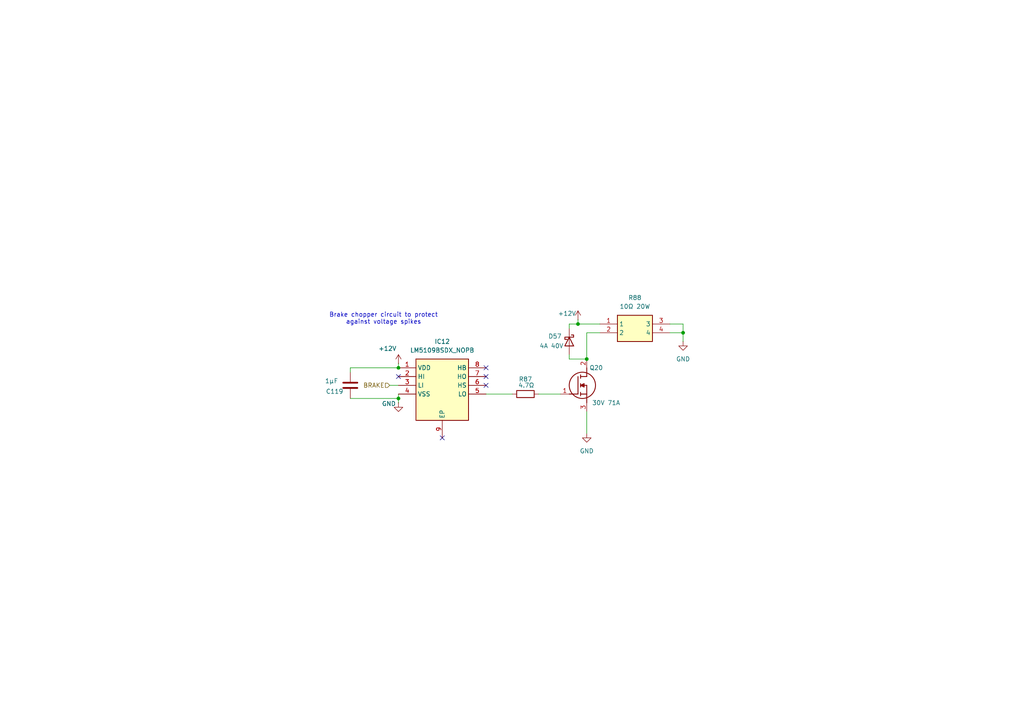
<source format=kicad_sch>
(kicad_sch (version 20231120) (generator "eeschema") (generator_version "8.0")
  (paper "A4")
  (lib_symbols
    (symbol "Device:C" (pin_numbers hide) (pin_names (offset 0.254))
      (property "Reference" "C" (at 0.635 2.54 0))
      (property "Value" "C" (at 0.635 -2.54 0))
      (symbol "C_0_1"
        (polyline (pts (xy -2.032 -0.762) (xy 2.032 -0.762)) (stroke (width 0.508)))
        (polyline (pts (xy -2.032 0.762) (xy 2.032 0.762)) (stroke (width 0.508)))
      )
      (symbol "C_1_1"
        (pin passive line (at 0 3.81 270) (length 2.794) (name "~") (number "1"))
        (pin passive line (at 0 -3.81 90) (length 2.794) (name "~") (number "2"))
      )
    )
    (symbol "Device:D_Schottky" (pin_numbers hide) (pin_names (offset 1.016) hide)
      (property "Reference" "D" (at 0 2.54 0))
      (property "Value" "D_Schottky" (at 0 -2.54 0))
      (symbol "D_Schottky_0_1"
        (polyline (pts (xy 1.27 0) (xy -1.27 0)))
        (polyline (pts (xy 1.27 1.27) (xy 1.27 -1.27) (xy -1.27 0) (xy 1.27 1.27)) (stroke (width 0.254)))
        (polyline (pts (xy -1.905 0.635) (xy -1.905 1.27) (xy -1.27 1.27) (xy -1.27 -1.27) (xy -0.635 -1.27) (xy -0.635 -0.635)) (stroke (width 0.254)))
      )
      (symbol "D_Schottky_1_1"
        (pin passive line (at -3.81 0 0) (length 2.54) (name "K") (number "1"))
        (pin passive line (at 3.81 0 180) (length 2.54) (name "A") (number "2"))
      )
    )
    (symbol "Device:R" (pin_numbers hide) (pin_names (offset 0))
      (property "Reference" "R" (at 2.032 0 90))
      (property "Value" "R" (at 0 0 90))
      (symbol "R_0_1"
        (rectangle (start -1.016 -2.54) (end 1.016 2.54) (stroke (width 0.254)))
      )
      (symbol "R_1_1"
        (pin passive line (at 0 3.81 270) (length 1.27) (name "~") (number "1"))
        (pin passive line (at 0 -3.81 90) (length 1.27) (name "~") (number "2"))
      )
    )
    (symbol "IPD047N03LF2SATMA1:IPD047N03LF2SATMA1" (pin_names hide)
      (property "Reference" "Q" (at 11.43 3.81 0))
      (property "Value" "IPD047N03LF2SATMA1" (at 11.43 1.27 0))
      (symbol "IPD047N03LF2SATMA1_1_1"
        (polyline (pts (xy 2.54 0) (xy 5.08 0)) (stroke (width 0.254)))
        (polyline (pts (xy 5.08 5.08) (xy 5.08 0)) (stroke (width 0.254)))
        (polyline (pts (xy 5.842 -0.508) (xy 5.842 0.508)) (stroke (width 0.254)))
        (polyline (pts (xy 5.842 0) (xy 7.62 0)) (stroke (width 0.254)))
        (polyline (pts (xy 5.842 2.032) (xy 5.842 3.048)) (stroke (width 0.254)))
        (polyline (pts (xy 5.842 5.588) (xy 5.842 4.572)) (stroke (width 0.254)))
        (polyline (pts (xy 7.62 2.54) (xy 5.842 2.54)) (stroke (width 0.254)))
        (polyline (pts (xy 7.62 2.54) (xy 7.62 -2.54)) (stroke (width 0.254)))
        (polyline (pts (xy 7.62 5.08) (xy 5.842 5.08)) (stroke (width 0.254)))
        (polyline (pts (xy 7.62 5.08) (xy 7.62 7.62)) (stroke (width 0.254)))
        (polyline (pts (xy 5.842 2.54) (xy 6.858 3.048) (xy 6.858 2.032) (xy 5.842 2.54)) (stroke (width 0.254)) (fill (type outline)))
        (circle (center 6.35 2.54) (radius 3.81) (stroke (width 0.254)))
        (pin passive line (at 0 0 0) (length 2.54) (name "G") (number "1"))
        (pin passive line (at 7.62 10.16 270) (length 2.54) (name "D") (number "2"))
        (pin passive line (at 7.62 -5.08 90) (length 2.54) (name "S") (number "3"))
      )
    )
    (symbol "LM5109BSDX_NOPB:LM5109BSDX_NOPB"
      (property "Reference" "IC" (at 21.59 7.62 0))
      (property "Value" "LM5109BSDX_NOPB" (at 21.59 5.08 0))
      (symbol "LM5109BSDX_NOPB_1_1"
        (rectangle (start 5.08 2.54) (end 20.32 -15.24) (stroke (width 0.254)) (fill (type background)))
        (pin passive line (at 0 0 0) (length 5.08) (name "VDD") (number "1"))
        (pin passive line (at 0 -2.54 0) (length 5.08) (name "HI") (number "2"))
        (pin passive line (at 0 -5.08 0) (length 5.08) (name "LI") (number "3"))
        (pin passive line (at 0 -7.62 0) (length 5.08) (name "VSS") (number "4"))
        (pin passive line (at 25.4 -7.62 180) (length 5.08) (name "LO") (number "5"))
        (pin passive line (at 25.4 -5.08 180) (length 5.08) (name "HS") (number "6"))
        (pin passive line (at 25.4 -2.54 180) (length 5.08) (name "HO") (number "7"))
        (pin passive line (at 25.4 0 180) (length 5.08) (name "HB") (number "8"))
        (pin passive line (at 12.7 -20.32 90) (length 5.08) (name "EP") (number "9"))
      )
    )
    (symbol "PWR263S-20-10R0F:PWR263S-20-10R0F"
      (property "Reference" "R" (at 16.51 7.62 0))
      (property "Value" "PWR263S-20-10R0F" (at 16.51 5.08 0))
      (symbol "PWR263S-20-10R0F_1_1"
        (rectangle (start 5.08 2.54) (end 15.24 -5.08) (stroke (width 0.254)) (fill (type background)))
        (pin passive line (at 0 0 0) (length 5.08) (name "1") (number "1"))
        (pin passive line (at 0 -2.54 0) (length 5.08) (name "2") (number "2"))
        (pin passive line (at 20.32 0 180) (length 5.08) (name "3") (number "3"))
        (pin passive line (at 20.32 -2.54 180) (length 5.08) (name "4") (number "4"))
      )
    )
    (symbol "power:+12V" (power) (pin_numbers hide) (pin_names (offset 0) hide)
      (property "Value" "+12V" (at 0 3.556 0))
      (symbol "+12V_0_1"
        (polyline (pts (xy -0.762 1.27) (xy 0 2.54)))
        (polyline (pts (xy 0 0) (xy 0 2.54)))
        (polyline (pts (xy 0 2.54) (xy 0.762 1.27)))
      )
      (symbol "+12V_1_1"
        (pin power_in line (at 0 0 90) (length 0) (name "~") (number "1"))
      )
    )
    (symbol "power:GND" (power) (pin_numbers hide) (pin_names (offset 0) hide)
      (property "Value" "GND" (at 0 -3.81 0))
      (symbol "GND_0_1"
        (polyline (pts (xy 0 0) (xy 0 -1.27) (xy 1.27 -1.27) (xy 0 -2.54) (xy -1.27 -1.27) (xy 0 -1.27)))
      )
      (symbol "GND_1_1"
        (pin power_in line (at 0 0 270) (length 0) (name "~") (number "1"))
      )
    )
  )
  (junction (at 198.12 96.52))
  (junction (at 170.18 104.14))
  (junction (at 115.57 115.57))
  (junction (at 167.64 93.98))
  (junction (at 115.57 106.68))
  (no_connect (at 140.97 111.76))
  (no_connect (at 128.27 127))
  (no_connect (at 140.97 109.22))
  (no_connect (at 140.97 106.68))
  (no_connect (at 115.57 109.22))
  (wire (pts (xy 170.18 96.52) (xy 173.99 96.52)))
  (wire (pts (xy 194.31 96.52) (xy 198.12 96.52)))
  (wire (pts (xy 113.03 111.76) (xy 115.57 111.76)))
  (wire (pts (xy 140.97 114.3) (xy 148.59 114.3)))
  (wire (pts (xy 198.12 96.52) (xy 198.12 99.06)))
  (wire (pts (xy 165.1 93.98) (xy 165.1 95.25)))
  (wire (pts (xy 115.57 105.41) (xy 115.57 106.68)))
  (wire (pts (xy 167.64 93.98) (xy 173.99 93.98)))
  (wire (pts (xy 170.18 96.52) (xy 170.18 104.14)))
  (wire (pts (xy 101.6 106.68) (xy 115.57 106.68)))
  (wire (pts (xy 170.18 119.38) (xy 170.18 125.73)))
  (wire (pts (xy 101.6 107.95) (xy 101.6 106.68)))
  (wire (pts (xy 167.64 93.98) (xy 165.1 93.98)))
  (wire (pts (xy 156.21 114.3) (xy 162.56 114.3)))
  (wire (pts (xy 198.12 93.98) (xy 198.12 96.52)))
  (wire (pts (xy 165.1 104.14) (xy 170.18 104.14)))
  (wire (pts (xy 115.57 115.57) (xy 115.57 114.3)))
  (wire (pts (xy 167.64 93.98) (xy 167.64 92.71)))
  (wire (pts (xy 194.31 93.98) (xy 198.12 93.98)))
  (wire (pts (xy 165.1 102.87) (xy 165.1 104.14)))
  (wire (pts (xy 115.57 116.84) (xy 115.57 115.57)))
  (wire (pts (xy 101.6 115.57) (xy 115.57 115.57)))
  (text "Brake chopper circuit to protect\nagainst voltage spikes" (at 111.252 92.456 0) (effects (font (size 1.27 1.27))))
  (hierarchical_label "BRAKE" (shape input) (at 113.03 111.76 180))
  (symbol (lib_id "power:+12V") (at 115.57 105.41 0) (unit 1)
    (property "Reference" "#PWR0243" (effects (hide yes)))
    (property "Value" "+12V" (at 109.728 101.092 0) (effects (justify left)))
    (property "Description" "Power symbol creates a global label with name \"+12V\"" (effects (hide yes)))
  )
  (symbol (lib_id "power:GND") (at 115.57 116.84 0) (unit 1)
    (property "Reference" "#PWR0244" (effects (hide yes)))
    (property "Value" "GND" (at 110.744 117.094 0) (effects (justify left)))
    (property "Description" "Power symbol creates a global label with name \"GND\" , ground" (effects (hide yes)))
  )
  (symbol (lib_id "Device:D_Schottky") (at 165.1 99.06 270) (unit 1)
    (property "Reference" "D57" (at 159.004 97.536 90) (effects (justify left)))
    (property "Value" "4A 40V" (at 156.464 100.33 90) (effects (justify left)))
    (property "Footprint" "kuben-footprints:DIOM7959X262N" (effects (hide yes)))
    (property "Description" "Schottky diode" (effects (hide yes)))
    (property "Height" "2.62" (effects (hide yes)))
    (property "Mouser Part Number" "78-SL44HE3_B/I" (effects (hide yes)))
    (property "Mouser Price/Stock" "https://www.mouser.com/Search/Refine.aspx?Keyword=78-SL44HE3_B%2FI" (effects (hide yes)))
    (property "Manufacturer_Name" "Vishay" (effects (hide yes)))
    (property "Manufacturer_Part_Number" "SL44HE3_B/I" (effects (hide yes)))
  )
  (symbol (lib_id "power:GND") (at 198.12 99.06 0) (unit 1)
    (property "Reference" "#PWR0247" (effects (hide yes)))
    (property "Value" "GND" (at 198.12 104.14 0))
    (property "Description" "Power symbol creates a global label with name \"GND\" , ground" (effects (hide yes)))
  )
  (symbol (lib_id "PWR263S-20-10R0F:PWR263S-20-10R0F") (at 173.99 93.98 0) (unit 1)
    (property "Reference" "R88" (at 184.15 86.36 0))
    (property "Value" "10Ω 20W" (at 184.15 88.9 0))
    (property "Footprint" "PWR263S2010R0F" (effects (hide yes)))
    (property "Datasheet" "https://componentsearchengine.com/Datasheets/1/PWR263S-20-10R0F.pdf" (effects (hide yes)))
    (property "Description" "Thick Film Resistors - SMD 10ohms 1% 20watts" (effects (hide yes)))
    (property "Height" "4.5" (effects (hide yes)))
    (property "Mouser Part Number" "652-PWR263S-20-10R0F" (effects (hide yes)))
    (property "Mouser Price/Stock" "https://www.mouser.co.uk/ProductDetail/Bourns/PWR263S-20-10R0F?qs=A6MsUmktA0yuMadtNl1geg%3D%3D" (effects (hide yes)))
    (property "Manufacturer_Name" "Bourns" (effects (hide yes)))
    (property "Manufacturer_Part_Number" "PWR263S-20-10R0F" (effects (hide yes)))
  )
  (symbol (lib_id "power:+12V") (at 167.64 92.71 0) (unit 1)
    (property "Reference" "#PWR0245" (effects (hide yes)))
    (property "Value" "+12V" (at 161.798 90.932 0) (effects (justify left)))
    (property "Description" "Power symbol creates a global label with name \"+12V\"" (effects (hide yes)))
  )
  (symbol (lib_id "Device:R") (at 152.4 114.3 270) (unit 1)
    (property "Reference" "R87" (at 152.4 109.982 90))
    (property "Value" "4.7Ω" (at 152.654 111.76 90))
    (property "Footprint" "Resistor_SMD:R_0603_1608Metric" (effects (hide yes)))
    (property "Description" "Resistor" (effects (hide yes)))
  )
  (symbol (lib_id "LM5109BSDX_NOPB:LM5109BSDX_NOPB") (at 115.57 106.68 0) (unit 1)
    (property "Reference" "IC12" (at 128.27 99.06 0))
    (property "Value" "LM5109BSDX_NOPB" (at 128.27 101.6 0))
    (property "Footprint" "kuben-footprints:SON80P400X400X80-9N" (effects (hide yes)))
    (property "Datasheet" "http://www.ti.com/lit/gpn/LM5109B" (effects (hide yes)))
    (property "Description" "High Voltage 1A Peak Half Bridge Gate Driver" (effects (hide yes)))
    (property "Height" "0.8" (effects (hide yes)))
    (property "Mouser Part Number" "926-LM5109BSDX/NOPB" (effects (hide yes)))
    (property "Mouser Price/Stock" "https://www.mouser.co.uk/ProductDetail/Texas-Instruments/LM5109BSDX-NOPB?qs=QbsRYf82W3F6fMiLbkf%252BhQ%3D%3D" (effects (hide yes)))
    (property "Manufacturer_Name" "Texas Instruments" (effects (hide yes)))
    (property "Manufacturer_Part_Number" "LM5109BSDX/NOPB" (effects (hide yes)))
  )
  (symbol (lib_id "Device:C") (at 101.6 111.76 0) (unit 1)
    (property "Reference" "C119" (at 94.488 113.538 0) (effects (justify left)))
    (property "Value" "1µF" (at 94.234 110.49 0) (effects (justify left)))
    (property "Footprint" "Capacitor_SMD:C_0603_1608Metric" (effects (hide yes)))
    (property "Description" "Unpolarized capacitor" (effects (hide yes)))
  )
  (symbol (lib_id "power:GND") (at 170.18 125.73 0) (unit 1)
    (property "Reference" "#PWR0246" (effects (hide yes)))
    (property "Value" "GND" (at 170.18 130.81 0))
    (property "Description" "Power symbol creates a global label with name \"GND\" , ground" (effects (hide yes)))
  )
  (symbol (lib_id "IPD047N03LF2SATMA1:IPD047N03LF2SATMA1") (at 162.56 114.3 0) (unit 1)
    (property "Reference" "Q20" (at 170.942 106.68 0) (effects (justify left)))
    (property "Value" "30V 71A" (at 171.704 116.84 0) (effects (justify left)))
    (property "Footprint" "kuben-footprints:IPD047N03LF2SATMA1" (effects (hide yes)))
    (property "Datasheet" "https://www.infineon.com/dgdl/Infineon-IPD047N03LF2S-DataSheet-v01_00-EN.pdf?fileId=8ac78c8c92416ca50192b89c5f296484" (effects (hide yes)))
    (property "Description" "N-Channel 30 V 71A (Tc) 65W (Tc) Surface Mount PG-TO252-3" (effects (hide yes)))
    (property "Description_1" "N-Channel 30 V 71A (Tc) 65W (Tc) Surface Mount PG-TO252-3" (effects (hide yes)))
    (property "Height" "2.52" (effects (hide yes)))
    (property "Manufacturer_Name" "Infineon" (effects (hide yes)))
    (property "Manufacturer_Part_Number" "IPD047N03LF2SATMA1" (effects (hide yes)))
  )
)
</source>
